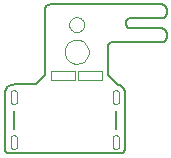
<source format=gto>
G75*
G70*
%OFA0B0*%
%FSLAX24Y24*%
%IPPOS*%
%LPD*%
%AMOC8*
5,1,8,0,0,1.08239X$1,22.5*
%
%ADD10C,0.0050*%
%ADD11C,0.0000*%
%ADD12C,0.0040*%
%ADD13C,0.0080*%
%ADD14C,0.0004*%
D10*
X007438Y001887D02*
X007438Y003737D01*
X007440Y003771D01*
X007446Y003804D01*
X007455Y003836D01*
X007468Y003867D01*
X007484Y003897D01*
X007503Y003924D01*
X007526Y003949D01*
X007551Y003972D01*
X007578Y003991D01*
X007608Y004007D01*
X007639Y004020D01*
X007671Y004029D01*
X007704Y004035D01*
X007738Y004037D01*
X008481Y004037D01*
X008781Y004337D01*
X008781Y006554D01*
X008783Y006577D01*
X008788Y006600D01*
X008797Y006622D01*
X008810Y006642D01*
X008825Y006660D01*
X008843Y006675D01*
X008863Y006688D01*
X008885Y006697D01*
X008908Y006702D01*
X008931Y006704D01*
X012681Y006704D01*
X012704Y006702D01*
X012727Y006697D01*
X012749Y006688D01*
X012769Y006675D01*
X012787Y006660D01*
X012802Y006642D01*
X012815Y006622D01*
X012824Y006600D01*
X012829Y006577D01*
X012831Y006554D01*
X012831Y006404D01*
X012829Y006381D01*
X012824Y006358D01*
X012815Y006336D01*
X012802Y006316D01*
X012787Y006298D01*
X012769Y006283D01*
X012749Y006270D01*
X012727Y006261D01*
X012704Y006256D01*
X012681Y006254D01*
X011631Y006254D01*
X011608Y006252D01*
X011585Y006247D01*
X011563Y006238D01*
X011543Y006225D01*
X011525Y006210D01*
X011510Y006192D01*
X011497Y006172D01*
X011488Y006150D01*
X011483Y006127D01*
X011481Y006104D01*
X011481Y006054D01*
X011483Y006031D01*
X011488Y006008D01*
X011497Y005986D01*
X011510Y005966D01*
X011525Y005948D01*
X011543Y005933D01*
X011563Y005920D01*
X011585Y005911D01*
X011608Y005906D01*
X011631Y005904D01*
X012681Y005904D01*
X012704Y005902D01*
X012727Y005897D01*
X012749Y005888D01*
X012769Y005875D01*
X012787Y005860D01*
X012802Y005842D01*
X012815Y005822D01*
X012824Y005800D01*
X012829Y005777D01*
X012831Y005754D01*
X012831Y005604D01*
X012829Y005581D01*
X012824Y005558D01*
X012815Y005536D01*
X012802Y005516D01*
X012787Y005498D01*
X012769Y005483D01*
X012749Y005470D01*
X012727Y005461D01*
X012704Y005456D01*
X012681Y005454D01*
X011031Y005454D01*
X011008Y005452D01*
X010985Y005447D01*
X010963Y005438D01*
X010943Y005425D01*
X010925Y005410D01*
X010910Y005392D01*
X010897Y005372D01*
X010888Y005350D01*
X010883Y005327D01*
X010881Y005304D01*
X010881Y004337D01*
X011181Y004037D01*
X011182Y004037D02*
X011213Y004033D01*
X011243Y004025D01*
X011272Y004014D01*
X011300Y004000D01*
X011326Y003983D01*
X011351Y003963D01*
X011372Y003940D01*
X011391Y003915D01*
X011407Y003888D01*
X011420Y003860D01*
X011430Y003830D01*
X011436Y003800D01*
X011439Y003768D01*
X011438Y003737D01*
X011438Y001887D01*
X011436Y001864D01*
X011431Y001841D01*
X011422Y001819D01*
X011409Y001799D01*
X011394Y001781D01*
X011376Y001766D01*
X011356Y001753D01*
X011334Y001744D01*
X011311Y001739D01*
X011288Y001737D01*
X007588Y001737D01*
X007565Y001739D01*
X007542Y001744D01*
X007520Y001753D01*
X007500Y001766D01*
X007482Y001781D01*
X007467Y001799D01*
X007454Y001819D01*
X007445Y001841D01*
X007440Y001864D01*
X007438Y001887D01*
D11*
X009431Y005127D02*
X009433Y005167D01*
X009439Y005206D01*
X009449Y005245D01*
X009462Y005282D01*
X009480Y005318D01*
X009501Y005352D01*
X009525Y005384D01*
X009552Y005413D01*
X009582Y005440D01*
X009614Y005463D01*
X009649Y005483D01*
X009685Y005499D01*
X009723Y005512D01*
X009762Y005521D01*
X009801Y005526D01*
X009841Y005527D01*
X009881Y005524D01*
X009920Y005517D01*
X009958Y005506D01*
X009996Y005492D01*
X010031Y005473D01*
X010064Y005452D01*
X010096Y005427D01*
X010124Y005399D01*
X010150Y005369D01*
X010172Y005336D01*
X010191Y005301D01*
X010207Y005264D01*
X010219Y005226D01*
X010227Y005187D01*
X010231Y005147D01*
X010231Y005107D01*
X010227Y005067D01*
X010219Y005028D01*
X010207Y004990D01*
X010191Y004953D01*
X010172Y004918D01*
X010150Y004885D01*
X010124Y004855D01*
X010096Y004827D01*
X010064Y004802D01*
X010031Y004781D01*
X009996Y004762D01*
X009958Y004748D01*
X009920Y004737D01*
X009881Y004730D01*
X009841Y004727D01*
X009801Y004728D01*
X009762Y004733D01*
X009723Y004742D01*
X009685Y004755D01*
X009649Y004771D01*
X009614Y004791D01*
X009582Y004814D01*
X009552Y004841D01*
X009525Y004870D01*
X009501Y004902D01*
X009480Y004936D01*
X009462Y004972D01*
X009449Y005009D01*
X009439Y005048D01*
X009433Y005087D01*
X009431Y005127D01*
X009581Y006031D02*
X009583Y006062D01*
X009589Y006093D01*
X009599Y006123D01*
X009612Y006151D01*
X009629Y006178D01*
X009649Y006202D01*
X009672Y006224D01*
X009697Y006242D01*
X009725Y006257D01*
X009754Y006269D01*
X009784Y006277D01*
X009815Y006281D01*
X009847Y006281D01*
X009878Y006277D01*
X009908Y006269D01*
X009937Y006257D01*
X009965Y006242D01*
X009990Y006224D01*
X010013Y006202D01*
X010033Y006178D01*
X010050Y006151D01*
X010063Y006123D01*
X010073Y006093D01*
X010079Y006062D01*
X010081Y006031D01*
X010079Y006000D01*
X010073Y005969D01*
X010063Y005939D01*
X010050Y005911D01*
X010033Y005884D01*
X010013Y005860D01*
X009990Y005838D01*
X009965Y005820D01*
X009937Y005805D01*
X009908Y005793D01*
X009878Y005785D01*
X009847Y005781D01*
X009815Y005781D01*
X009784Y005785D01*
X009754Y005793D01*
X009725Y005805D01*
X009697Y005820D01*
X009672Y005838D01*
X009649Y005860D01*
X009629Y005884D01*
X009612Y005911D01*
X009599Y005939D01*
X009589Y005969D01*
X009583Y006000D01*
X009581Y006031D01*
D12*
X009776Y004496D02*
X008987Y004496D01*
X008987Y004178D01*
X009776Y004178D01*
X009776Y004496D01*
X009887Y004496D02*
X009887Y004179D01*
X010676Y004179D01*
X010676Y004496D01*
X009887Y004496D01*
D13*
X011139Y003141D02*
X011139Y002544D01*
X007737Y002544D02*
X007737Y003141D01*
D14*
X007629Y003489D02*
X007631Y003469D01*
X007636Y003450D01*
X007645Y003432D01*
X007657Y003416D01*
X007672Y003403D01*
X007689Y003392D01*
X007707Y003385D01*
X007727Y003381D01*
X007747Y003381D01*
X007767Y003385D01*
X007785Y003392D01*
X007802Y003403D01*
X007817Y003416D01*
X007829Y003432D01*
X007838Y003450D01*
X007843Y003469D01*
X007845Y003489D01*
X007845Y003733D01*
X007843Y003753D01*
X007838Y003772D01*
X007829Y003790D01*
X007817Y003806D01*
X007802Y003819D01*
X007785Y003830D01*
X007767Y003837D01*
X007747Y003841D01*
X007727Y003841D01*
X007707Y003837D01*
X007689Y003830D01*
X007672Y003819D01*
X007657Y003806D01*
X007645Y003790D01*
X007636Y003772D01*
X007631Y003753D01*
X007629Y003733D01*
X007629Y003489D01*
X007629Y002237D02*
X007629Y001993D01*
X007631Y001973D01*
X007636Y001954D01*
X007645Y001936D01*
X007657Y001920D01*
X007672Y001907D01*
X007689Y001896D01*
X007707Y001889D01*
X007727Y001885D01*
X007747Y001885D01*
X007767Y001889D01*
X007785Y001896D01*
X007802Y001907D01*
X007817Y001920D01*
X007829Y001936D01*
X007838Y001954D01*
X007843Y001973D01*
X007845Y001993D01*
X007845Y002237D01*
X007843Y002257D01*
X007838Y002276D01*
X007829Y002294D01*
X007817Y002310D01*
X007802Y002323D01*
X007785Y002334D01*
X007767Y002341D01*
X007747Y002345D01*
X007727Y002345D01*
X007707Y002341D01*
X007689Y002334D01*
X007672Y002323D01*
X007657Y002310D01*
X007645Y002294D01*
X007636Y002276D01*
X007631Y002257D01*
X007629Y002237D01*
X011030Y002237D02*
X011030Y001993D01*
X011031Y001993D02*
X011033Y001973D01*
X011038Y001954D01*
X011047Y001936D01*
X011059Y001920D01*
X011074Y001907D01*
X011091Y001896D01*
X011109Y001889D01*
X011129Y001885D01*
X011149Y001885D01*
X011169Y001889D01*
X011187Y001896D01*
X011204Y001907D01*
X011219Y001920D01*
X011231Y001936D01*
X011240Y001954D01*
X011245Y001973D01*
X011247Y001993D01*
X011247Y002237D01*
X011245Y002257D01*
X011240Y002276D01*
X011231Y002294D01*
X011219Y002310D01*
X011204Y002323D01*
X011187Y002334D01*
X011169Y002341D01*
X011149Y002345D01*
X011129Y002345D01*
X011109Y002341D01*
X011091Y002334D01*
X011074Y002323D01*
X011059Y002310D01*
X011047Y002294D01*
X011038Y002276D01*
X011033Y002257D01*
X011031Y002237D01*
X011030Y003489D02*
X011030Y003733D01*
X011031Y003733D02*
X011033Y003753D01*
X011038Y003772D01*
X011047Y003790D01*
X011059Y003806D01*
X011074Y003819D01*
X011091Y003830D01*
X011109Y003837D01*
X011129Y003841D01*
X011149Y003841D01*
X011169Y003837D01*
X011187Y003830D01*
X011204Y003819D01*
X011219Y003806D01*
X011231Y003790D01*
X011240Y003772D01*
X011245Y003753D01*
X011247Y003733D01*
X011247Y003489D01*
X011245Y003469D01*
X011240Y003450D01*
X011231Y003432D01*
X011219Y003416D01*
X011204Y003403D01*
X011187Y003392D01*
X011169Y003385D01*
X011149Y003381D01*
X011129Y003381D01*
X011109Y003385D01*
X011091Y003392D01*
X011074Y003403D01*
X011059Y003416D01*
X011047Y003432D01*
X011038Y003450D01*
X011033Y003469D01*
X011031Y003489D01*
M02*

</source>
